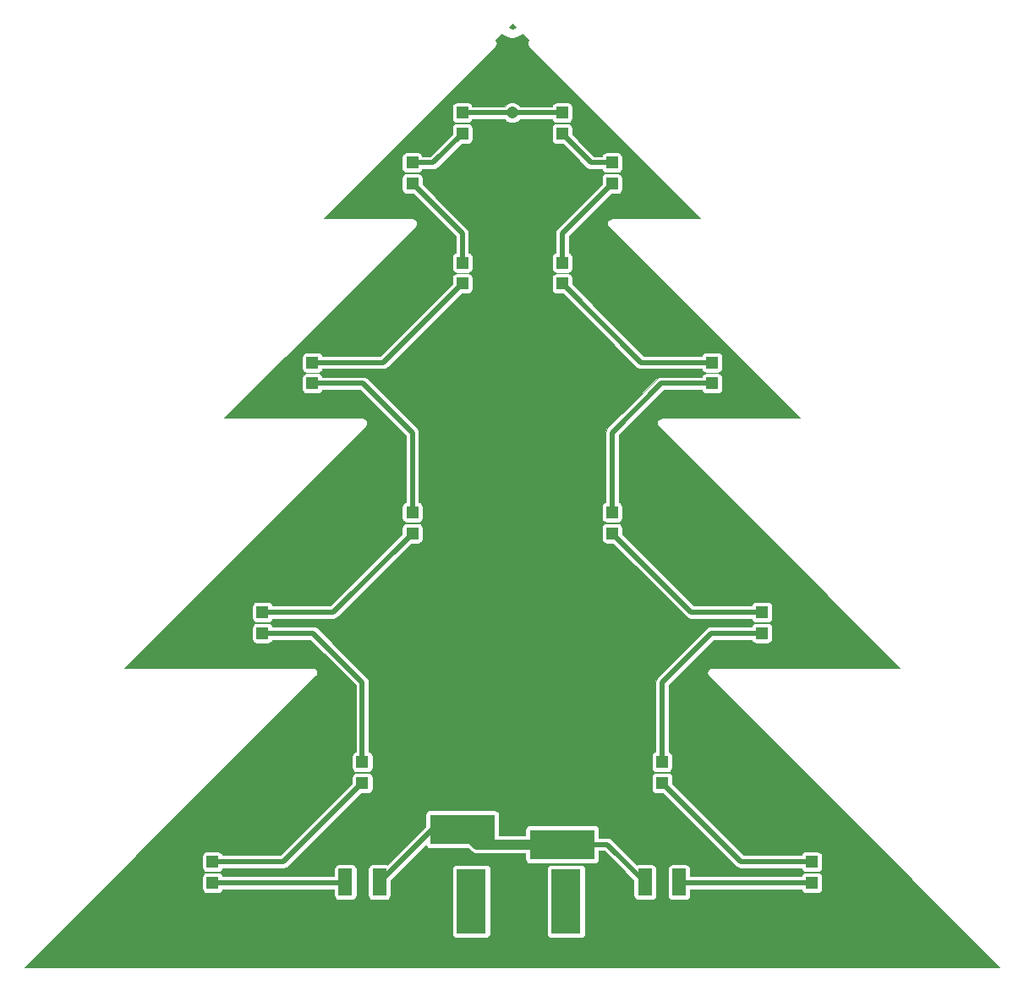
<source format=gbr>
G04 #@! TF.FileFunction,Copper,L1,Top,Signal*
%FSLAX46Y46*%
G04 Gerber Fmt 4.6, Leading zero omitted, Abs format (unit mm)*
G04 Created by KiCad (PCBNEW 4.0.4-stable) date 12/14/16 08:21:57*
%MOMM*%
%LPD*%
G01*
G04 APERTURE LIST*
%ADD10C,0.100000*%
%ADD11R,1.198880X1.198880*%
%ADD12R,6.500000X3.000000*%
%ADD13R,3.000000X6.451600*%
%ADD14R,1.400000X2.700000*%
%ADD15C,1.200000*%
%ADD16C,0.500000*%
%ADD17C,1.000000*%
%ADD18C,0.025400*%
G04 APERTURE END LIST*
D10*
D11*
X45000000Y-16049020D03*
X45000000Y-13950980D03*
X40000000Y-21049020D03*
X40000000Y-18950980D03*
X45000000Y-31049020D03*
X45000000Y-28950980D03*
X30000000Y-41049020D03*
X30000000Y-38950980D03*
X40000000Y-56049020D03*
X40000000Y-53950980D03*
X25000000Y-66049020D03*
X25000000Y-63950980D03*
X35000000Y-81049020D03*
X35000000Y-78950980D03*
X20000000Y-91049020D03*
X20000000Y-88950980D03*
X55000000Y-16049020D03*
X55000000Y-13950980D03*
X60000000Y-21049020D03*
X60000000Y-18950980D03*
X55000000Y-31049020D03*
X55000000Y-28950980D03*
X70000000Y-41049020D03*
X70000000Y-38950980D03*
X60000000Y-56049020D03*
X60000000Y-53950980D03*
X75000000Y-66049020D03*
X75000000Y-63950980D03*
X65000000Y-81049020D03*
X65000000Y-78950980D03*
X80000000Y-91049020D03*
X80000000Y-88950980D03*
D12*
X55000000Y-87200000D03*
D13*
X55400000Y-92900000D03*
D12*
X45000000Y-85700000D03*
D13*
X45900000Y-92900000D03*
D14*
X33300000Y-91000000D03*
X36700000Y-91000000D03*
X66700000Y-91000000D03*
X63300000Y-91000000D03*
D15*
X50000000Y-13950980D03*
D16*
X50000000Y-13950980D02*
X50000000Y-14000000D01*
X50000000Y-14000000D02*
X50000000Y-13950980D01*
X55000000Y-13950980D02*
X50000000Y-13950980D01*
X50000000Y-13950980D02*
X45000000Y-13950980D01*
X45000000Y-16049020D02*
X42098040Y-18950980D01*
X42098040Y-18950980D02*
X40000000Y-18950980D01*
X40000000Y-21049020D02*
X45000000Y-26049020D01*
X45000000Y-26049020D02*
X45000000Y-28950980D01*
X45000000Y-31049020D02*
X37098040Y-38950980D01*
X37098040Y-38950980D02*
X30000000Y-38950980D01*
X30000000Y-41049020D02*
X35049020Y-41049020D01*
X40000000Y-46000000D02*
X40000000Y-53950980D01*
X35049020Y-41049020D02*
X40000000Y-46000000D01*
X25000000Y-66049020D02*
X30049020Y-66049020D01*
X35000000Y-71000000D02*
X35000000Y-78950980D01*
X30049020Y-66049020D02*
X35000000Y-71000000D01*
X40000000Y-56049020D02*
X32098040Y-63950980D01*
X32098040Y-63950980D02*
X25000000Y-63950980D01*
X35000000Y-81049020D02*
X27098040Y-88950980D01*
X27098040Y-88950980D02*
X20000000Y-88950980D01*
X33300000Y-91000000D02*
X33250980Y-91049020D01*
X33250980Y-91049020D02*
X20000000Y-91049020D01*
X60000000Y-18950980D02*
X57901960Y-18950980D01*
X57901960Y-18950980D02*
X55000000Y-16049020D01*
X55000000Y-28950980D02*
X55000000Y-26049020D01*
X55000000Y-26049020D02*
X60000000Y-21049020D01*
X70000000Y-38950980D02*
X62901960Y-38950980D01*
X62901960Y-38950980D02*
X55000000Y-31049020D01*
X70000000Y-41049020D02*
X64950980Y-41049020D01*
X60000000Y-46000000D02*
X60000000Y-53950980D01*
X64950980Y-41049020D02*
X60000000Y-46000000D01*
X60000000Y-56049020D02*
X67901960Y-63950980D01*
X67901960Y-63950980D02*
X75000000Y-63950980D01*
X65000000Y-78950980D02*
X65000000Y-71000000D01*
X69950980Y-66049020D02*
X75000000Y-66049020D01*
X65000000Y-71000000D02*
X69950980Y-66049020D01*
X80000000Y-88950980D02*
X72901960Y-88950980D01*
X72901960Y-88950980D02*
X65000000Y-81049020D01*
X66700000Y-91000000D02*
X66749020Y-91049020D01*
X66749020Y-91049020D02*
X80000000Y-91049020D01*
X55000000Y-87200000D02*
X59500000Y-87200000D01*
X59500000Y-87200000D02*
X63300000Y-91000000D01*
X36700000Y-91000000D02*
X42000000Y-85700000D01*
X42000000Y-85700000D02*
X45000000Y-85700000D01*
D17*
X45000000Y-85700000D02*
X46500000Y-87200000D01*
X46500000Y-87200000D02*
X55000000Y-87200000D01*
D18*
G36*
X51647950Y-6665910D02*
X51549424Y-6813366D01*
X51512300Y-7000000D01*
X51549424Y-7186634D01*
X51655144Y-7344856D01*
X68822588Y-24512300D01*
X60000000Y-24512300D01*
X59813365Y-24549424D01*
X59655144Y-24655144D01*
X59549424Y-24813365D01*
X59512300Y-25000000D01*
X59549424Y-25186635D01*
X59655144Y-25344856D01*
X78822588Y-44512300D01*
X65000000Y-44512300D01*
X64813365Y-44549424D01*
X64655144Y-44655144D01*
X64549424Y-44813365D01*
X64512300Y-45000000D01*
X64549424Y-45186635D01*
X64650095Y-45337300D01*
X64655144Y-45344856D01*
X88822588Y-69512300D01*
X70000000Y-69512300D01*
X69813365Y-69549424D01*
X69655144Y-69655144D01*
X69549424Y-69813365D01*
X69512300Y-70000000D01*
X69549424Y-70186635D01*
X69650095Y-70337300D01*
X69655144Y-70344856D01*
X98822588Y-99512300D01*
X1177412Y-99512300D01*
X10240132Y-90449580D01*
X18979775Y-90449580D01*
X18979775Y-91648460D01*
X19008552Y-91801397D01*
X19098938Y-91941861D01*
X19236851Y-92036093D01*
X19400560Y-92069245D01*
X20599440Y-92069245D01*
X20752377Y-92040468D01*
X20892841Y-91950082D01*
X20987073Y-91812169D01*
X21007414Y-91711720D01*
X32179215Y-91711720D01*
X32179215Y-92350000D01*
X32207992Y-92502937D01*
X32298378Y-92643401D01*
X32436291Y-92737633D01*
X32600000Y-92770785D01*
X34000000Y-92770785D01*
X34152937Y-92742008D01*
X34293401Y-92651622D01*
X34387633Y-92513709D01*
X34420785Y-92350000D01*
X34420785Y-89650000D01*
X35579215Y-89650000D01*
X35579215Y-92350000D01*
X35607992Y-92502937D01*
X35698378Y-92643401D01*
X35836291Y-92737633D01*
X36000000Y-92770785D01*
X37400000Y-92770785D01*
X37552937Y-92742008D01*
X37693401Y-92651622D01*
X37787633Y-92513709D01*
X37820785Y-92350000D01*
X37820785Y-90816415D01*
X38963000Y-89674200D01*
X43979215Y-89674200D01*
X43979215Y-96125800D01*
X44007992Y-96278737D01*
X44098378Y-96419201D01*
X44236291Y-96513433D01*
X44400000Y-96546585D01*
X47400000Y-96546585D01*
X47552937Y-96517808D01*
X47693401Y-96427422D01*
X47787633Y-96289509D01*
X47820785Y-96125800D01*
X47820785Y-89674200D01*
X53479215Y-89674200D01*
X53479215Y-96125800D01*
X53507992Y-96278737D01*
X53598378Y-96419201D01*
X53736291Y-96513433D01*
X53900000Y-96546585D01*
X56900000Y-96546585D01*
X57052937Y-96517808D01*
X57193401Y-96427422D01*
X57287633Y-96289509D01*
X57320785Y-96125800D01*
X57320785Y-89674200D01*
X57292008Y-89521263D01*
X57201622Y-89380799D01*
X57063709Y-89286567D01*
X56900000Y-89253415D01*
X53900000Y-89253415D01*
X53747063Y-89282192D01*
X53606599Y-89372578D01*
X53512367Y-89510491D01*
X53479215Y-89674200D01*
X47820785Y-89674200D01*
X47792008Y-89521263D01*
X47701622Y-89380799D01*
X47563709Y-89286567D01*
X47400000Y-89253415D01*
X44400000Y-89253415D01*
X44247063Y-89282192D01*
X44106599Y-89372578D01*
X44012367Y-89510491D01*
X43979215Y-89674200D01*
X38963000Y-89674200D01*
X41346316Y-87290884D01*
X41357992Y-87352937D01*
X41448378Y-87493401D01*
X41586291Y-87587633D01*
X41750000Y-87620785D01*
X45630032Y-87620785D01*
X45854623Y-87845376D01*
X46150724Y-88043225D01*
X46184373Y-88049918D01*
X46500000Y-88112700D01*
X51329215Y-88112700D01*
X51329215Y-88700000D01*
X51357992Y-88852937D01*
X51448378Y-88993401D01*
X51586291Y-89087633D01*
X51750000Y-89120785D01*
X58250000Y-89120785D01*
X58402937Y-89092008D01*
X58543401Y-89001622D01*
X58637633Y-88863709D01*
X58670785Y-88700000D01*
X58670785Y-87862700D01*
X59225500Y-87862700D01*
X62179215Y-90816414D01*
X62179215Y-92350000D01*
X62207992Y-92502937D01*
X62298378Y-92643401D01*
X62436291Y-92737633D01*
X62600000Y-92770785D01*
X64000000Y-92770785D01*
X64152937Y-92742008D01*
X64293401Y-92651622D01*
X64387633Y-92513709D01*
X64420785Y-92350000D01*
X64420785Y-89650000D01*
X65579215Y-89650000D01*
X65579215Y-92350000D01*
X65607992Y-92502937D01*
X65698378Y-92643401D01*
X65836291Y-92737633D01*
X66000000Y-92770785D01*
X67400000Y-92770785D01*
X67552937Y-92742008D01*
X67693401Y-92651622D01*
X67787633Y-92513709D01*
X67820785Y-92350000D01*
X67820785Y-91711720D01*
X78991678Y-91711720D01*
X79008552Y-91801397D01*
X79098938Y-91941861D01*
X79236851Y-92036093D01*
X79400560Y-92069245D01*
X80599440Y-92069245D01*
X80752377Y-92040468D01*
X80892841Y-91950082D01*
X80987073Y-91812169D01*
X81020225Y-91648460D01*
X81020225Y-90449580D01*
X80991448Y-90296643D01*
X80901062Y-90156179D01*
X80763149Y-90061947D01*
X80599440Y-90028795D01*
X79400560Y-90028795D01*
X79247623Y-90057572D01*
X79107159Y-90147958D01*
X79012927Y-90285871D01*
X78992586Y-90386320D01*
X67820785Y-90386320D01*
X67820785Y-89650000D01*
X67792008Y-89497063D01*
X67701622Y-89356599D01*
X67563709Y-89262367D01*
X67400000Y-89229215D01*
X66000000Y-89229215D01*
X65847063Y-89257992D01*
X65706599Y-89348378D01*
X65612367Y-89486291D01*
X65579215Y-89650000D01*
X64420785Y-89650000D01*
X64392008Y-89497063D01*
X64301622Y-89356599D01*
X64163709Y-89262367D01*
X64000000Y-89229215D01*
X62600000Y-89229215D01*
X62487570Y-89250370D01*
X59968600Y-86731400D01*
X59753605Y-86587745D01*
X59500000Y-86537300D01*
X58670785Y-86537300D01*
X58670785Y-85700000D01*
X58642008Y-85547063D01*
X58551622Y-85406599D01*
X58413709Y-85312367D01*
X58250000Y-85279215D01*
X51750000Y-85279215D01*
X51597063Y-85307992D01*
X51456599Y-85398378D01*
X51362367Y-85536291D01*
X51329215Y-85700000D01*
X51329215Y-86287300D01*
X48670785Y-86287300D01*
X48670785Y-84200000D01*
X48642008Y-84047063D01*
X48551622Y-83906599D01*
X48413709Y-83812367D01*
X48250000Y-83779215D01*
X41750000Y-83779215D01*
X41597063Y-83807992D01*
X41456599Y-83898378D01*
X41362367Y-84036291D01*
X41329215Y-84200000D01*
X41329215Y-85433585D01*
X37511089Y-89251711D01*
X37400000Y-89229215D01*
X36000000Y-89229215D01*
X35847063Y-89257992D01*
X35706599Y-89348378D01*
X35612367Y-89486291D01*
X35579215Y-89650000D01*
X34420785Y-89650000D01*
X34392008Y-89497063D01*
X34301622Y-89356599D01*
X34163709Y-89262367D01*
X34000000Y-89229215D01*
X32600000Y-89229215D01*
X32447063Y-89257992D01*
X32306599Y-89348378D01*
X32212367Y-89486291D01*
X32179215Y-89650000D01*
X32179215Y-90386320D01*
X21008322Y-90386320D01*
X20991448Y-90296643D01*
X20901062Y-90156179D01*
X20763149Y-90061947D01*
X20599440Y-90028795D01*
X19400560Y-90028795D01*
X19247623Y-90057572D01*
X19107159Y-90147958D01*
X19012927Y-90285871D01*
X18979775Y-90449580D01*
X10240132Y-90449580D01*
X12338172Y-88351540D01*
X18979775Y-88351540D01*
X18979775Y-89550420D01*
X19008552Y-89703357D01*
X19098938Y-89843821D01*
X19236851Y-89938053D01*
X19400560Y-89971205D01*
X20599440Y-89971205D01*
X20752377Y-89942428D01*
X20892841Y-89852042D01*
X20987073Y-89714129D01*
X21007414Y-89613680D01*
X27098040Y-89613680D01*
X27351645Y-89563235D01*
X27566640Y-89419580D01*
X34916975Y-82069245D01*
X35599440Y-82069245D01*
X35752377Y-82040468D01*
X35892841Y-81950082D01*
X35987073Y-81812169D01*
X36020225Y-81648460D01*
X36020225Y-80449580D01*
X63979775Y-80449580D01*
X63979775Y-81648460D01*
X64008552Y-81801397D01*
X64098938Y-81941861D01*
X64236851Y-82036093D01*
X64400560Y-82069245D01*
X65083025Y-82069245D01*
X72433360Y-89419580D01*
X72648355Y-89563235D01*
X72901960Y-89613680D01*
X78991678Y-89613680D01*
X79008552Y-89703357D01*
X79098938Y-89843821D01*
X79236851Y-89938053D01*
X79400560Y-89971205D01*
X80599440Y-89971205D01*
X80752377Y-89942428D01*
X80892841Y-89852042D01*
X80987073Y-89714129D01*
X81020225Y-89550420D01*
X81020225Y-88351540D01*
X80991448Y-88198603D01*
X80901062Y-88058139D01*
X80763149Y-87963907D01*
X80599440Y-87930755D01*
X79400560Y-87930755D01*
X79247623Y-87959532D01*
X79107159Y-88049918D01*
X79012927Y-88187831D01*
X78992586Y-88288280D01*
X73176460Y-88288280D01*
X66020225Y-81132045D01*
X66020225Y-80449580D01*
X65991448Y-80296643D01*
X65901062Y-80156179D01*
X65763149Y-80061947D01*
X65599440Y-80028795D01*
X64400560Y-80028795D01*
X64247623Y-80057572D01*
X64107159Y-80147958D01*
X64012927Y-80285871D01*
X63979775Y-80449580D01*
X36020225Y-80449580D01*
X35991448Y-80296643D01*
X35901062Y-80156179D01*
X35763149Y-80061947D01*
X35599440Y-80028795D01*
X34400560Y-80028795D01*
X34247623Y-80057572D01*
X34107159Y-80147958D01*
X34012927Y-80285871D01*
X33979775Y-80449580D01*
X33979775Y-81132045D01*
X26823540Y-88288280D01*
X21008322Y-88288280D01*
X20991448Y-88198603D01*
X20901062Y-88058139D01*
X20763149Y-87963907D01*
X20599440Y-87930755D01*
X19400560Y-87930755D01*
X19247623Y-87959532D01*
X19107159Y-88049918D01*
X19012927Y-88187831D01*
X18979775Y-88351540D01*
X12338172Y-88351540D01*
X30344856Y-70344856D01*
X30349905Y-70337300D01*
X30450576Y-70186635D01*
X30487700Y-70000000D01*
X30450576Y-69813365D01*
X30344856Y-69655144D01*
X30186635Y-69549424D01*
X30000000Y-69512300D01*
X11177412Y-69512300D01*
X15240132Y-65449580D01*
X23979775Y-65449580D01*
X23979775Y-66648460D01*
X24008552Y-66801397D01*
X24098938Y-66941861D01*
X24236851Y-67036093D01*
X24400560Y-67069245D01*
X25599440Y-67069245D01*
X25752377Y-67040468D01*
X25892841Y-66950082D01*
X25987073Y-66812169D01*
X26007414Y-66711720D01*
X29774520Y-66711720D01*
X34337300Y-71274500D01*
X34337300Y-77942658D01*
X34247623Y-77959532D01*
X34107159Y-78049918D01*
X34012927Y-78187831D01*
X33979775Y-78351540D01*
X33979775Y-79550420D01*
X34008552Y-79703357D01*
X34098938Y-79843821D01*
X34236851Y-79938053D01*
X34400560Y-79971205D01*
X35599440Y-79971205D01*
X35752377Y-79942428D01*
X35892841Y-79852042D01*
X35987073Y-79714129D01*
X36020225Y-79550420D01*
X36020225Y-78351540D01*
X63979775Y-78351540D01*
X63979775Y-79550420D01*
X64008552Y-79703357D01*
X64098938Y-79843821D01*
X64236851Y-79938053D01*
X64400560Y-79971205D01*
X65599440Y-79971205D01*
X65752377Y-79942428D01*
X65892841Y-79852042D01*
X65987073Y-79714129D01*
X66020225Y-79550420D01*
X66020225Y-78351540D01*
X65991448Y-78198603D01*
X65901062Y-78058139D01*
X65763149Y-77963907D01*
X65662700Y-77943566D01*
X65662700Y-71274500D01*
X70225480Y-66711720D01*
X73991678Y-66711720D01*
X74008552Y-66801397D01*
X74098938Y-66941861D01*
X74236851Y-67036093D01*
X74400560Y-67069245D01*
X75599440Y-67069245D01*
X75752377Y-67040468D01*
X75892841Y-66950082D01*
X75987073Y-66812169D01*
X76020225Y-66648460D01*
X76020225Y-65449580D01*
X75991448Y-65296643D01*
X75901062Y-65156179D01*
X75763149Y-65061947D01*
X75599440Y-65028795D01*
X74400560Y-65028795D01*
X74247623Y-65057572D01*
X74107159Y-65147958D01*
X74012927Y-65285871D01*
X73992586Y-65386320D01*
X69950980Y-65386320D01*
X69697375Y-65436765D01*
X69482380Y-65580420D01*
X64531400Y-70531400D01*
X64387745Y-70746395D01*
X64387745Y-70746396D01*
X64337300Y-71000000D01*
X64337300Y-77942658D01*
X64247623Y-77959532D01*
X64107159Y-78049918D01*
X64012927Y-78187831D01*
X63979775Y-78351540D01*
X36020225Y-78351540D01*
X35991448Y-78198603D01*
X35901062Y-78058139D01*
X35763149Y-77963907D01*
X35662700Y-77943566D01*
X35662700Y-71000000D01*
X35612255Y-70746396D01*
X35612255Y-70746395D01*
X35468600Y-70531400D01*
X30517620Y-65580420D01*
X30302625Y-65436765D01*
X30049020Y-65386320D01*
X26008322Y-65386320D01*
X25991448Y-65296643D01*
X25901062Y-65156179D01*
X25763149Y-65061947D01*
X25599440Y-65028795D01*
X24400560Y-65028795D01*
X24247623Y-65057572D01*
X24107159Y-65147958D01*
X24012927Y-65285871D01*
X23979775Y-65449580D01*
X15240132Y-65449580D01*
X17338172Y-63351540D01*
X23979775Y-63351540D01*
X23979775Y-64550420D01*
X24008552Y-64703357D01*
X24098938Y-64843821D01*
X24236851Y-64938053D01*
X24400560Y-64971205D01*
X25599440Y-64971205D01*
X25752377Y-64942428D01*
X25892841Y-64852042D01*
X25987073Y-64714129D01*
X26007414Y-64613680D01*
X32098040Y-64613680D01*
X32351645Y-64563235D01*
X32566640Y-64419580D01*
X39916975Y-57069245D01*
X40599440Y-57069245D01*
X40752377Y-57040468D01*
X40892841Y-56950082D01*
X40987073Y-56812169D01*
X41020225Y-56648460D01*
X41020225Y-55449580D01*
X58979775Y-55449580D01*
X58979775Y-56648460D01*
X59008552Y-56801397D01*
X59098938Y-56941861D01*
X59236851Y-57036093D01*
X59400560Y-57069245D01*
X60083025Y-57069245D01*
X67433360Y-64419580D01*
X67648355Y-64563235D01*
X67901960Y-64613680D01*
X73991678Y-64613680D01*
X74008552Y-64703357D01*
X74098938Y-64843821D01*
X74236851Y-64938053D01*
X74400560Y-64971205D01*
X75599440Y-64971205D01*
X75752377Y-64942428D01*
X75892841Y-64852042D01*
X75987073Y-64714129D01*
X76020225Y-64550420D01*
X76020225Y-63351540D01*
X75991448Y-63198603D01*
X75901062Y-63058139D01*
X75763149Y-62963907D01*
X75599440Y-62930755D01*
X74400560Y-62930755D01*
X74247623Y-62959532D01*
X74107159Y-63049918D01*
X74012927Y-63187831D01*
X73992586Y-63288280D01*
X68176460Y-63288280D01*
X61020225Y-56132045D01*
X61020225Y-55449580D01*
X60991448Y-55296643D01*
X60901062Y-55156179D01*
X60763149Y-55061947D01*
X60599440Y-55028795D01*
X59400560Y-55028795D01*
X59247623Y-55057572D01*
X59107159Y-55147958D01*
X59012927Y-55285871D01*
X58979775Y-55449580D01*
X41020225Y-55449580D01*
X40991448Y-55296643D01*
X40901062Y-55156179D01*
X40763149Y-55061947D01*
X40599440Y-55028795D01*
X39400560Y-55028795D01*
X39247623Y-55057572D01*
X39107159Y-55147958D01*
X39012927Y-55285871D01*
X38979775Y-55449580D01*
X38979775Y-56132045D01*
X31823540Y-63288280D01*
X26008322Y-63288280D01*
X25991448Y-63198603D01*
X25901062Y-63058139D01*
X25763149Y-62963907D01*
X25599440Y-62930755D01*
X24400560Y-62930755D01*
X24247623Y-62959532D01*
X24107159Y-63049918D01*
X24012927Y-63187831D01*
X23979775Y-63351540D01*
X17338172Y-63351540D01*
X35344856Y-45344856D01*
X35450576Y-45186635D01*
X35487700Y-45000000D01*
X35450576Y-44813366D01*
X35450576Y-44813365D01*
X35344856Y-44655144D01*
X35186635Y-44549424D01*
X35000000Y-44512300D01*
X21177412Y-44512300D01*
X25240132Y-40449580D01*
X28979775Y-40449580D01*
X28979775Y-41648460D01*
X29008552Y-41801397D01*
X29098938Y-41941861D01*
X29236851Y-42036093D01*
X29400560Y-42069245D01*
X30599440Y-42069245D01*
X30752377Y-42040468D01*
X30892841Y-41950082D01*
X30987073Y-41812169D01*
X31007414Y-41711720D01*
X34774520Y-41711720D01*
X39337300Y-46274500D01*
X39337300Y-52942658D01*
X39247623Y-52959532D01*
X39107159Y-53049918D01*
X39012927Y-53187831D01*
X38979775Y-53351540D01*
X38979775Y-54550420D01*
X39008552Y-54703357D01*
X39098938Y-54843821D01*
X39236851Y-54938053D01*
X39400560Y-54971205D01*
X40599440Y-54971205D01*
X40752377Y-54942428D01*
X40892841Y-54852042D01*
X40987073Y-54714129D01*
X41020225Y-54550420D01*
X41020225Y-53351540D01*
X58979775Y-53351540D01*
X58979775Y-54550420D01*
X59008552Y-54703357D01*
X59098938Y-54843821D01*
X59236851Y-54938053D01*
X59400560Y-54971205D01*
X60599440Y-54971205D01*
X60752377Y-54942428D01*
X60892841Y-54852042D01*
X60987073Y-54714129D01*
X61020225Y-54550420D01*
X61020225Y-53351540D01*
X60991448Y-53198603D01*
X60901062Y-53058139D01*
X60763149Y-52963907D01*
X60662700Y-52943566D01*
X60662700Y-46274500D01*
X65225480Y-41711720D01*
X68991678Y-41711720D01*
X69008552Y-41801397D01*
X69098938Y-41941861D01*
X69236851Y-42036093D01*
X69400560Y-42069245D01*
X70599440Y-42069245D01*
X70752377Y-42040468D01*
X70892841Y-41950082D01*
X70987073Y-41812169D01*
X71020225Y-41648460D01*
X71020225Y-40449580D01*
X70991448Y-40296643D01*
X70901062Y-40156179D01*
X70763149Y-40061947D01*
X70599440Y-40028795D01*
X69400560Y-40028795D01*
X69247623Y-40057572D01*
X69107159Y-40147958D01*
X69012927Y-40285871D01*
X68992586Y-40386320D01*
X64950980Y-40386320D01*
X64697375Y-40436765D01*
X64482380Y-40580420D01*
X59531400Y-45531400D01*
X59387745Y-45746395D01*
X59387745Y-45746396D01*
X59337300Y-46000000D01*
X59337300Y-52942658D01*
X59247623Y-52959532D01*
X59107159Y-53049918D01*
X59012927Y-53187831D01*
X58979775Y-53351540D01*
X41020225Y-53351540D01*
X40991448Y-53198603D01*
X40901062Y-53058139D01*
X40763149Y-52963907D01*
X40662700Y-52943566D01*
X40662700Y-46000000D01*
X40612255Y-45746396D01*
X40612255Y-45746395D01*
X40468600Y-45531400D01*
X35517620Y-40580420D01*
X35302625Y-40436765D01*
X35049020Y-40386320D01*
X31008322Y-40386320D01*
X30991448Y-40296643D01*
X30901062Y-40156179D01*
X30763149Y-40061947D01*
X30599440Y-40028795D01*
X29400560Y-40028795D01*
X29247623Y-40057572D01*
X29107159Y-40147958D01*
X29012927Y-40285871D01*
X28979775Y-40449580D01*
X25240132Y-40449580D01*
X27338172Y-38351540D01*
X28979775Y-38351540D01*
X28979775Y-39550420D01*
X29008552Y-39703357D01*
X29098938Y-39843821D01*
X29236851Y-39938053D01*
X29400560Y-39971205D01*
X30599440Y-39971205D01*
X30752377Y-39942428D01*
X30892841Y-39852042D01*
X30987073Y-39714129D01*
X31007414Y-39613680D01*
X37098040Y-39613680D01*
X37351645Y-39563235D01*
X37566640Y-39419580D01*
X44916975Y-32069245D01*
X45599440Y-32069245D01*
X45752377Y-32040468D01*
X45892841Y-31950082D01*
X45987073Y-31812169D01*
X46020225Y-31648460D01*
X46020225Y-30449580D01*
X53979775Y-30449580D01*
X53979775Y-31648460D01*
X54008552Y-31801397D01*
X54098938Y-31941861D01*
X54236851Y-32036093D01*
X54400560Y-32069245D01*
X55083025Y-32069245D01*
X62433360Y-39419580D01*
X62648355Y-39563235D01*
X62901960Y-39613680D01*
X68991678Y-39613680D01*
X69008552Y-39703357D01*
X69098938Y-39843821D01*
X69236851Y-39938053D01*
X69400560Y-39971205D01*
X70599440Y-39971205D01*
X70752377Y-39942428D01*
X70892841Y-39852042D01*
X70987073Y-39714129D01*
X71020225Y-39550420D01*
X71020225Y-38351540D01*
X70991448Y-38198603D01*
X70901062Y-38058139D01*
X70763149Y-37963907D01*
X70599440Y-37930755D01*
X69400560Y-37930755D01*
X69247623Y-37959532D01*
X69107159Y-38049918D01*
X69012927Y-38187831D01*
X68992586Y-38288280D01*
X63176460Y-38288280D01*
X56020225Y-31132045D01*
X56020225Y-30449580D01*
X55991448Y-30296643D01*
X55901062Y-30156179D01*
X55763149Y-30061947D01*
X55599440Y-30028795D01*
X54400560Y-30028795D01*
X54247623Y-30057572D01*
X54107159Y-30147958D01*
X54012927Y-30285871D01*
X53979775Y-30449580D01*
X46020225Y-30449580D01*
X45991448Y-30296643D01*
X45901062Y-30156179D01*
X45763149Y-30061947D01*
X45599440Y-30028795D01*
X44400560Y-30028795D01*
X44247623Y-30057572D01*
X44107159Y-30147958D01*
X44012927Y-30285871D01*
X43979775Y-30449580D01*
X43979775Y-31132045D01*
X36823540Y-38288280D01*
X31008322Y-38288280D01*
X30991448Y-38198603D01*
X30901062Y-38058139D01*
X30763149Y-37963907D01*
X30599440Y-37930755D01*
X29400560Y-37930755D01*
X29247623Y-37959532D01*
X29107159Y-38049918D01*
X29012927Y-38187831D01*
X28979775Y-38351540D01*
X27338172Y-38351540D01*
X40344856Y-25344856D01*
X40450576Y-25186635D01*
X40487700Y-25000000D01*
X40450576Y-24813366D01*
X40450576Y-24813365D01*
X40344856Y-24655144D01*
X40186635Y-24549424D01*
X40000000Y-24512300D01*
X31177412Y-24512300D01*
X35240132Y-20449580D01*
X38979775Y-20449580D01*
X38979775Y-21648460D01*
X39008552Y-21801397D01*
X39098938Y-21941861D01*
X39236851Y-22036093D01*
X39400560Y-22069245D01*
X40083025Y-22069245D01*
X44337300Y-26323520D01*
X44337300Y-27942658D01*
X44247623Y-27959532D01*
X44107159Y-28049918D01*
X44012927Y-28187831D01*
X43979775Y-28351540D01*
X43979775Y-29550420D01*
X44008552Y-29703357D01*
X44098938Y-29843821D01*
X44236851Y-29938053D01*
X44400560Y-29971205D01*
X45599440Y-29971205D01*
X45752377Y-29942428D01*
X45892841Y-29852042D01*
X45987073Y-29714129D01*
X46020225Y-29550420D01*
X46020225Y-28351540D01*
X53979775Y-28351540D01*
X53979775Y-29550420D01*
X54008552Y-29703357D01*
X54098938Y-29843821D01*
X54236851Y-29938053D01*
X54400560Y-29971205D01*
X55599440Y-29971205D01*
X55752377Y-29942428D01*
X55892841Y-29852042D01*
X55987073Y-29714129D01*
X56020225Y-29550420D01*
X56020225Y-28351540D01*
X55991448Y-28198603D01*
X55901062Y-28058139D01*
X55763149Y-27963907D01*
X55662700Y-27943566D01*
X55662700Y-26323520D01*
X59916975Y-22069245D01*
X60599440Y-22069245D01*
X60752377Y-22040468D01*
X60892841Y-21950082D01*
X60987073Y-21812169D01*
X61020225Y-21648460D01*
X61020225Y-20449580D01*
X60991448Y-20296643D01*
X60901062Y-20156179D01*
X60763149Y-20061947D01*
X60599440Y-20028795D01*
X59400560Y-20028795D01*
X59247623Y-20057572D01*
X59107159Y-20147958D01*
X59012927Y-20285871D01*
X58979775Y-20449580D01*
X58979775Y-21132045D01*
X54531400Y-25580420D01*
X54387745Y-25795415D01*
X54387745Y-25795416D01*
X54337300Y-26049020D01*
X54337300Y-27942658D01*
X54247623Y-27959532D01*
X54107159Y-28049918D01*
X54012927Y-28187831D01*
X53979775Y-28351540D01*
X46020225Y-28351540D01*
X45991448Y-28198603D01*
X45901062Y-28058139D01*
X45763149Y-27963907D01*
X45662700Y-27943566D01*
X45662700Y-26049025D01*
X45662701Y-26049020D01*
X45612255Y-25795416D01*
X45468600Y-25580420D01*
X41020225Y-21132045D01*
X41020225Y-20449580D01*
X40991448Y-20296643D01*
X40901062Y-20156179D01*
X40763149Y-20061947D01*
X40599440Y-20028795D01*
X39400560Y-20028795D01*
X39247623Y-20057572D01*
X39107159Y-20147958D01*
X39012927Y-20285871D01*
X38979775Y-20449580D01*
X35240132Y-20449580D01*
X37338172Y-18351540D01*
X38979775Y-18351540D01*
X38979775Y-19550420D01*
X39008552Y-19703357D01*
X39098938Y-19843821D01*
X39236851Y-19938053D01*
X39400560Y-19971205D01*
X40599440Y-19971205D01*
X40752377Y-19942428D01*
X40892841Y-19852042D01*
X40987073Y-19714129D01*
X41007414Y-19613680D01*
X42098040Y-19613680D01*
X42351645Y-19563235D01*
X42566640Y-19419580D01*
X44916975Y-17069245D01*
X45599440Y-17069245D01*
X45752377Y-17040468D01*
X45892841Y-16950082D01*
X45987073Y-16812169D01*
X46020225Y-16648460D01*
X46020225Y-15449580D01*
X53979775Y-15449580D01*
X53979775Y-16648460D01*
X54008552Y-16801397D01*
X54098938Y-16941861D01*
X54236851Y-17036093D01*
X54400560Y-17069245D01*
X55083025Y-17069245D01*
X57433360Y-19419580D01*
X57648355Y-19563235D01*
X57901960Y-19613680D01*
X58991678Y-19613680D01*
X59008552Y-19703357D01*
X59098938Y-19843821D01*
X59236851Y-19938053D01*
X59400560Y-19971205D01*
X60599440Y-19971205D01*
X60752377Y-19942428D01*
X60892841Y-19852042D01*
X60987073Y-19714129D01*
X61020225Y-19550420D01*
X61020225Y-18351540D01*
X60991448Y-18198603D01*
X60901062Y-18058139D01*
X60763149Y-17963907D01*
X60599440Y-17930755D01*
X59400560Y-17930755D01*
X59247623Y-17959532D01*
X59107159Y-18049918D01*
X59012927Y-18187831D01*
X58992586Y-18288280D01*
X58176460Y-18288280D01*
X56020225Y-16132045D01*
X56020225Y-15449580D01*
X55991448Y-15296643D01*
X55901062Y-15156179D01*
X55763149Y-15061947D01*
X55599440Y-15028795D01*
X54400560Y-15028795D01*
X54247623Y-15057572D01*
X54107159Y-15147958D01*
X54012927Y-15285871D01*
X53979775Y-15449580D01*
X46020225Y-15449580D01*
X45991448Y-15296643D01*
X45901062Y-15156179D01*
X45763149Y-15061947D01*
X45599440Y-15028795D01*
X44400560Y-15028795D01*
X44247623Y-15057572D01*
X44107159Y-15147958D01*
X44012927Y-15285871D01*
X43979775Y-15449580D01*
X43979775Y-16132045D01*
X41823540Y-18288280D01*
X41008322Y-18288280D01*
X40991448Y-18198603D01*
X40901062Y-18058139D01*
X40763149Y-17963907D01*
X40599440Y-17930755D01*
X39400560Y-17930755D01*
X39247623Y-17959532D01*
X39107159Y-18049918D01*
X39012927Y-18187831D01*
X38979775Y-18351540D01*
X37338172Y-18351540D01*
X42338172Y-13351540D01*
X43979775Y-13351540D01*
X43979775Y-14550420D01*
X44008552Y-14703357D01*
X44098938Y-14843821D01*
X44236851Y-14938053D01*
X44400560Y-14971205D01*
X45599440Y-14971205D01*
X45752377Y-14942428D01*
X45892841Y-14852042D01*
X45987073Y-14714129D01*
X46007414Y-14613680D01*
X49230618Y-14613680D01*
X49425603Y-14809005D01*
X49797678Y-14963504D01*
X50200555Y-14963855D01*
X50572899Y-14810006D01*
X50769568Y-14613680D01*
X53991678Y-14613680D01*
X54008552Y-14703357D01*
X54098938Y-14843821D01*
X54236851Y-14938053D01*
X54400560Y-14971205D01*
X55599440Y-14971205D01*
X55752377Y-14942428D01*
X55892841Y-14852042D01*
X55987073Y-14714129D01*
X56020225Y-14550420D01*
X56020225Y-13351540D01*
X55991448Y-13198603D01*
X55901062Y-13058139D01*
X55763149Y-12963907D01*
X55599440Y-12930755D01*
X54400560Y-12930755D01*
X54247623Y-12959532D01*
X54107159Y-13049918D01*
X54012927Y-13187831D01*
X53992586Y-13288280D01*
X50769382Y-13288280D01*
X50574397Y-13092955D01*
X50202322Y-12938456D01*
X49799445Y-12938105D01*
X49427101Y-13091954D01*
X49230432Y-13288280D01*
X46008322Y-13288280D01*
X45991448Y-13198603D01*
X45901062Y-13058139D01*
X45763149Y-12963907D01*
X45599440Y-12930755D01*
X44400560Y-12930755D01*
X44247623Y-12959532D01*
X44107159Y-13049918D01*
X44012927Y-13187831D01*
X43979775Y-13351540D01*
X42338172Y-13351540D01*
X48344856Y-7344856D01*
X48450577Y-7186635D01*
X48487700Y-7000000D01*
X48450577Y-6813366D01*
X48450577Y-6813365D01*
X48352050Y-6665910D01*
X48963643Y-6054317D01*
X49021941Y-6112615D01*
X49021944Y-6112616D01*
X49346365Y-6329388D01*
X49522172Y-6402209D01*
X49904853Y-6478329D01*
X50095147Y-6478329D01*
X50477828Y-6402209D01*
X50653634Y-6329388D01*
X50978056Y-6112616D01*
X50978059Y-6112615D01*
X51036357Y-6054317D01*
X51647950Y-6665910D01*
X51647950Y-6665910D01*
G37*
X51647950Y-6665910D02*
X51549424Y-6813366D01*
X51512300Y-7000000D01*
X51549424Y-7186634D01*
X51655144Y-7344856D01*
X68822588Y-24512300D01*
X60000000Y-24512300D01*
X59813365Y-24549424D01*
X59655144Y-24655144D01*
X59549424Y-24813365D01*
X59512300Y-25000000D01*
X59549424Y-25186635D01*
X59655144Y-25344856D01*
X78822588Y-44512300D01*
X65000000Y-44512300D01*
X64813365Y-44549424D01*
X64655144Y-44655144D01*
X64549424Y-44813365D01*
X64512300Y-45000000D01*
X64549424Y-45186635D01*
X64650095Y-45337300D01*
X64655144Y-45344856D01*
X88822588Y-69512300D01*
X70000000Y-69512300D01*
X69813365Y-69549424D01*
X69655144Y-69655144D01*
X69549424Y-69813365D01*
X69512300Y-70000000D01*
X69549424Y-70186635D01*
X69650095Y-70337300D01*
X69655144Y-70344856D01*
X98822588Y-99512300D01*
X1177412Y-99512300D01*
X10240132Y-90449580D01*
X18979775Y-90449580D01*
X18979775Y-91648460D01*
X19008552Y-91801397D01*
X19098938Y-91941861D01*
X19236851Y-92036093D01*
X19400560Y-92069245D01*
X20599440Y-92069245D01*
X20752377Y-92040468D01*
X20892841Y-91950082D01*
X20987073Y-91812169D01*
X21007414Y-91711720D01*
X32179215Y-91711720D01*
X32179215Y-92350000D01*
X32207992Y-92502937D01*
X32298378Y-92643401D01*
X32436291Y-92737633D01*
X32600000Y-92770785D01*
X34000000Y-92770785D01*
X34152937Y-92742008D01*
X34293401Y-92651622D01*
X34387633Y-92513709D01*
X34420785Y-92350000D01*
X34420785Y-89650000D01*
X35579215Y-89650000D01*
X35579215Y-92350000D01*
X35607992Y-92502937D01*
X35698378Y-92643401D01*
X35836291Y-92737633D01*
X36000000Y-92770785D01*
X37400000Y-92770785D01*
X37552937Y-92742008D01*
X37693401Y-92651622D01*
X37787633Y-92513709D01*
X37820785Y-92350000D01*
X37820785Y-90816415D01*
X38963000Y-89674200D01*
X43979215Y-89674200D01*
X43979215Y-96125800D01*
X44007992Y-96278737D01*
X44098378Y-96419201D01*
X44236291Y-96513433D01*
X44400000Y-96546585D01*
X47400000Y-96546585D01*
X47552937Y-96517808D01*
X47693401Y-96427422D01*
X47787633Y-96289509D01*
X47820785Y-96125800D01*
X47820785Y-89674200D01*
X53479215Y-89674200D01*
X53479215Y-96125800D01*
X53507992Y-96278737D01*
X53598378Y-96419201D01*
X53736291Y-96513433D01*
X53900000Y-96546585D01*
X56900000Y-96546585D01*
X57052937Y-96517808D01*
X57193401Y-96427422D01*
X57287633Y-96289509D01*
X57320785Y-96125800D01*
X57320785Y-89674200D01*
X57292008Y-89521263D01*
X57201622Y-89380799D01*
X57063709Y-89286567D01*
X56900000Y-89253415D01*
X53900000Y-89253415D01*
X53747063Y-89282192D01*
X53606599Y-89372578D01*
X53512367Y-89510491D01*
X53479215Y-89674200D01*
X47820785Y-89674200D01*
X47792008Y-89521263D01*
X47701622Y-89380799D01*
X47563709Y-89286567D01*
X47400000Y-89253415D01*
X44400000Y-89253415D01*
X44247063Y-89282192D01*
X44106599Y-89372578D01*
X44012367Y-89510491D01*
X43979215Y-89674200D01*
X38963000Y-89674200D01*
X41346316Y-87290884D01*
X41357992Y-87352937D01*
X41448378Y-87493401D01*
X41586291Y-87587633D01*
X41750000Y-87620785D01*
X45630032Y-87620785D01*
X45854623Y-87845376D01*
X46150724Y-88043225D01*
X46184373Y-88049918D01*
X46500000Y-88112700D01*
X51329215Y-88112700D01*
X51329215Y-88700000D01*
X51357992Y-88852937D01*
X51448378Y-88993401D01*
X51586291Y-89087633D01*
X51750000Y-89120785D01*
X58250000Y-89120785D01*
X58402937Y-89092008D01*
X58543401Y-89001622D01*
X58637633Y-88863709D01*
X58670785Y-88700000D01*
X58670785Y-87862700D01*
X59225500Y-87862700D01*
X62179215Y-90816414D01*
X62179215Y-92350000D01*
X62207992Y-92502937D01*
X62298378Y-92643401D01*
X62436291Y-92737633D01*
X62600000Y-92770785D01*
X64000000Y-92770785D01*
X64152937Y-92742008D01*
X64293401Y-92651622D01*
X64387633Y-92513709D01*
X64420785Y-92350000D01*
X64420785Y-89650000D01*
X65579215Y-89650000D01*
X65579215Y-92350000D01*
X65607992Y-92502937D01*
X65698378Y-92643401D01*
X65836291Y-92737633D01*
X66000000Y-92770785D01*
X67400000Y-92770785D01*
X67552937Y-92742008D01*
X67693401Y-92651622D01*
X67787633Y-92513709D01*
X67820785Y-92350000D01*
X67820785Y-91711720D01*
X78991678Y-91711720D01*
X79008552Y-91801397D01*
X79098938Y-91941861D01*
X79236851Y-92036093D01*
X79400560Y-92069245D01*
X80599440Y-92069245D01*
X80752377Y-92040468D01*
X80892841Y-91950082D01*
X80987073Y-91812169D01*
X81020225Y-91648460D01*
X81020225Y-90449580D01*
X80991448Y-90296643D01*
X80901062Y-90156179D01*
X80763149Y-90061947D01*
X80599440Y-90028795D01*
X79400560Y-90028795D01*
X79247623Y-90057572D01*
X79107159Y-90147958D01*
X79012927Y-90285871D01*
X78992586Y-90386320D01*
X67820785Y-90386320D01*
X67820785Y-89650000D01*
X67792008Y-89497063D01*
X67701622Y-89356599D01*
X67563709Y-89262367D01*
X67400000Y-89229215D01*
X66000000Y-89229215D01*
X65847063Y-89257992D01*
X65706599Y-89348378D01*
X65612367Y-89486291D01*
X65579215Y-89650000D01*
X64420785Y-89650000D01*
X64392008Y-89497063D01*
X64301622Y-89356599D01*
X64163709Y-89262367D01*
X64000000Y-89229215D01*
X62600000Y-89229215D01*
X62487570Y-89250370D01*
X59968600Y-86731400D01*
X59753605Y-86587745D01*
X59500000Y-86537300D01*
X58670785Y-86537300D01*
X58670785Y-85700000D01*
X58642008Y-85547063D01*
X58551622Y-85406599D01*
X58413709Y-85312367D01*
X58250000Y-85279215D01*
X51750000Y-85279215D01*
X51597063Y-85307992D01*
X51456599Y-85398378D01*
X51362367Y-85536291D01*
X51329215Y-85700000D01*
X51329215Y-86287300D01*
X48670785Y-86287300D01*
X48670785Y-84200000D01*
X48642008Y-84047063D01*
X48551622Y-83906599D01*
X48413709Y-83812367D01*
X48250000Y-83779215D01*
X41750000Y-83779215D01*
X41597063Y-83807992D01*
X41456599Y-83898378D01*
X41362367Y-84036291D01*
X41329215Y-84200000D01*
X41329215Y-85433585D01*
X37511089Y-89251711D01*
X37400000Y-89229215D01*
X36000000Y-89229215D01*
X35847063Y-89257992D01*
X35706599Y-89348378D01*
X35612367Y-89486291D01*
X35579215Y-89650000D01*
X34420785Y-89650000D01*
X34392008Y-89497063D01*
X34301622Y-89356599D01*
X34163709Y-89262367D01*
X34000000Y-89229215D01*
X32600000Y-89229215D01*
X32447063Y-89257992D01*
X32306599Y-89348378D01*
X32212367Y-89486291D01*
X32179215Y-89650000D01*
X32179215Y-90386320D01*
X21008322Y-90386320D01*
X20991448Y-90296643D01*
X20901062Y-90156179D01*
X20763149Y-90061947D01*
X20599440Y-90028795D01*
X19400560Y-90028795D01*
X19247623Y-90057572D01*
X19107159Y-90147958D01*
X19012927Y-90285871D01*
X18979775Y-90449580D01*
X10240132Y-90449580D01*
X12338172Y-88351540D01*
X18979775Y-88351540D01*
X18979775Y-89550420D01*
X19008552Y-89703357D01*
X19098938Y-89843821D01*
X19236851Y-89938053D01*
X19400560Y-89971205D01*
X20599440Y-89971205D01*
X20752377Y-89942428D01*
X20892841Y-89852042D01*
X20987073Y-89714129D01*
X21007414Y-89613680D01*
X27098040Y-89613680D01*
X27351645Y-89563235D01*
X27566640Y-89419580D01*
X34916975Y-82069245D01*
X35599440Y-82069245D01*
X35752377Y-82040468D01*
X35892841Y-81950082D01*
X35987073Y-81812169D01*
X36020225Y-81648460D01*
X36020225Y-80449580D01*
X63979775Y-80449580D01*
X63979775Y-81648460D01*
X64008552Y-81801397D01*
X64098938Y-81941861D01*
X64236851Y-82036093D01*
X64400560Y-82069245D01*
X65083025Y-82069245D01*
X72433360Y-89419580D01*
X72648355Y-89563235D01*
X72901960Y-89613680D01*
X78991678Y-89613680D01*
X79008552Y-89703357D01*
X79098938Y-89843821D01*
X79236851Y-89938053D01*
X79400560Y-89971205D01*
X80599440Y-89971205D01*
X80752377Y-89942428D01*
X80892841Y-89852042D01*
X80987073Y-89714129D01*
X81020225Y-89550420D01*
X81020225Y-88351540D01*
X80991448Y-88198603D01*
X80901062Y-88058139D01*
X80763149Y-87963907D01*
X80599440Y-87930755D01*
X79400560Y-87930755D01*
X79247623Y-87959532D01*
X79107159Y-88049918D01*
X79012927Y-88187831D01*
X78992586Y-88288280D01*
X73176460Y-88288280D01*
X66020225Y-81132045D01*
X66020225Y-80449580D01*
X65991448Y-80296643D01*
X65901062Y-80156179D01*
X65763149Y-80061947D01*
X65599440Y-80028795D01*
X64400560Y-80028795D01*
X64247623Y-80057572D01*
X64107159Y-80147958D01*
X64012927Y-80285871D01*
X63979775Y-80449580D01*
X36020225Y-80449580D01*
X35991448Y-80296643D01*
X35901062Y-80156179D01*
X35763149Y-80061947D01*
X35599440Y-80028795D01*
X34400560Y-80028795D01*
X34247623Y-80057572D01*
X34107159Y-80147958D01*
X34012927Y-80285871D01*
X33979775Y-80449580D01*
X33979775Y-81132045D01*
X26823540Y-88288280D01*
X21008322Y-88288280D01*
X20991448Y-88198603D01*
X20901062Y-88058139D01*
X20763149Y-87963907D01*
X20599440Y-87930755D01*
X19400560Y-87930755D01*
X19247623Y-87959532D01*
X19107159Y-88049918D01*
X19012927Y-88187831D01*
X18979775Y-88351540D01*
X12338172Y-88351540D01*
X30344856Y-70344856D01*
X30349905Y-70337300D01*
X30450576Y-70186635D01*
X30487700Y-70000000D01*
X30450576Y-69813365D01*
X30344856Y-69655144D01*
X30186635Y-69549424D01*
X30000000Y-69512300D01*
X11177412Y-69512300D01*
X15240132Y-65449580D01*
X23979775Y-65449580D01*
X23979775Y-66648460D01*
X24008552Y-66801397D01*
X24098938Y-66941861D01*
X24236851Y-67036093D01*
X24400560Y-67069245D01*
X25599440Y-67069245D01*
X25752377Y-67040468D01*
X25892841Y-66950082D01*
X25987073Y-66812169D01*
X26007414Y-66711720D01*
X29774520Y-66711720D01*
X34337300Y-71274500D01*
X34337300Y-77942658D01*
X34247623Y-77959532D01*
X34107159Y-78049918D01*
X34012927Y-78187831D01*
X33979775Y-78351540D01*
X33979775Y-79550420D01*
X34008552Y-79703357D01*
X34098938Y-79843821D01*
X34236851Y-79938053D01*
X34400560Y-79971205D01*
X35599440Y-79971205D01*
X35752377Y-79942428D01*
X35892841Y-79852042D01*
X35987073Y-79714129D01*
X36020225Y-79550420D01*
X36020225Y-78351540D01*
X63979775Y-78351540D01*
X63979775Y-79550420D01*
X64008552Y-79703357D01*
X64098938Y-79843821D01*
X64236851Y-79938053D01*
X64400560Y-79971205D01*
X65599440Y-79971205D01*
X65752377Y-79942428D01*
X65892841Y-79852042D01*
X65987073Y-79714129D01*
X66020225Y-79550420D01*
X66020225Y-78351540D01*
X65991448Y-78198603D01*
X65901062Y-78058139D01*
X65763149Y-77963907D01*
X65662700Y-77943566D01*
X65662700Y-71274500D01*
X70225480Y-66711720D01*
X73991678Y-66711720D01*
X74008552Y-66801397D01*
X74098938Y-66941861D01*
X74236851Y-67036093D01*
X74400560Y-67069245D01*
X75599440Y-67069245D01*
X75752377Y-67040468D01*
X75892841Y-66950082D01*
X75987073Y-66812169D01*
X76020225Y-66648460D01*
X76020225Y-65449580D01*
X75991448Y-65296643D01*
X75901062Y-65156179D01*
X75763149Y-65061947D01*
X75599440Y-65028795D01*
X74400560Y-65028795D01*
X74247623Y-65057572D01*
X74107159Y-65147958D01*
X74012927Y-65285871D01*
X73992586Y-65386320D01*
X69950980Y-65386320D01*
X69697375Y-65436765D01*
X69482380Y-65580420D01*
X64531400Y-70531400D01*
X64387745Y-70746395D01*
X64387745Y-70746396D01*
X64337300Y-71000000D01*
X64337300Y-77942658D01*
X64247623Y-77959532D01*
X64107159Y-78049918D01*
X64012927Y-78187831D01*
X63979775Y-78351540D01*
X36020225Y-78351540D01*
X35991448Y-78198603D01*
X35901062Y-78058139D01*
X35763149Y-77963907D01*
X35662700Y-77943566D01*
X35662700Y-71000000D01*
X35612255Y-70746396D01*
X35612255Y-70746395D01*
X35468600Y-70531400D01*
X30517620Y-65580420D01*
X30302625Y-65436765D01*
X30049020Y-65386320D01*
X26008322Y-65386320D01*
X25991448Y-65296643D01*
X25901062Y-65156179D01*
X25763149Y-65061947D01*
X25599440Y-65028795D01*
X24400560Y-65028795D01*
X24247623Y-65057572D01*
X24107159Y-65147958D01*
X24012927Y-65285871D01*
X23979775Y-65449580D01*
X15240132Y-65449580D01*
X17338172Y-63351540D01*
X23979775Y-63351540D01*
X23979775Y-64550420D01*
X24008552Y-64703357D01*
X24098938Y-64843821D01*
X24236851Y-64938053D01*
X24400560Y-64971205D01*
X25599440Y-64971205D01*
X25752377Y-64942428D01*
X25892841Y-64852042D01*
X25987073Y-64714129D01*
X26007414Y-64613680D01*
X32098040Y-64613680D01*
X32351645Y-64563235D01*
X32566640Y-64419580D01*
X39916975Y-57069245D01*
X40599440Y-57069245D01*
X40752377Y-57040468D01*
X40892841Y-56950082D01*
X40987073Y-56812169D01*
X41020225Y-56648460D01*
X41020225Y-55449580D01*
X58979775Y-55449580D01*
X58979775Y-56648460D01*
X59008552Y-56801397D01*
X59098938Y-56941861D01*
X59236851Y-57036093D01*
X59400560Y-57069245D01*
X60083025Y-57069245D01*
X67433360Y-64419580D01*
X67648355Y-64563235D01*
X67901960Y-64613680D01*
X73991678Y-64613680D01*
X74008552Y-64703357D01*
X74098938Y-64843821D01*
X74236851Y-64938053D01*
X74400560Y-64971205D01*
X75599440Y-64971205D01*
X75752377Y-64942428D01*
X75892841Y-64852042D01*
X75987073Y-64714129D01*
X76020225Y-64550420D01*
X76020225Y-63351540D01*
X75991448Y-63198603D01*
X75901062Y-63058139D01*
X75763149Y-62963907D01*
X75599440Y-62930755D01*
X74400560Y-62930755D01*
X74247623Y-62959532D01*
X74107159Y-63049918D01*
X74012927Y-63187831D01*
X73992586Y-63288280D01*
X68176460Y-63288280D01*
X61020225Y-56132045D01*
X61020225Y-55449580D01*
X60991448Y-55296643D01*
X60901062Y-55156179D01*
X60763149Y-55061947D01*
X60599440Y-55028795D01*
X59400560Y-55028795D01*
X59247623Y-55057572D01*
X59107159Y-55147958D01*
X59012927Y-55285871D01*
X58979775Y-55449580D01*
X41020225Y-55449580D01*
X40991448Y-55296643D01*
X40901062Y-55156179D01*
X40763149Y-55061947D01*
X40599440Y-55028795D01*
X39400560Y-55028795D01*
X39247623Y-55057572D01*
X39107159Y-55147958D01*
X39012927Y-55285871D01*
X38979775Y-55449580D01*
X38979775Y-56132045D01*
X31823540Y-63288280D01*
X26008322Y-63288280D01*
X25991448Y-63198603D01*
X25901062Y-63058139D01*
X25763149Y-62963907D01*
X25599440Y-62930755D01*
X24400560Y-62930755D01*
X24247623Y-62959532D01*
X24107159Y-63049918D01*
X24012927Y-63187831D01*
X23979775Y-63351540D01*
X17338172Y-63351540D01*
X35344856Y-45344856D01*
X35450576Y-45186635D01*
X35487700Y-45000000D01*
X35450576Y-44813366D01*
X35450576Y-44813365D01*
X35344856Y-44655144D01*
X35186635Y-44549424D01*
X35000000Y-44512300D01*
X21177412Y-44512300D01*
X25240132Y-40449580D01*
X28979775Y-40449580D01*
X28979775Y-41648460D01*
X29008552Y-41801397D01*
X29098938Y-41941861D01*
X29236851Y-42036093D01*
X29400560Y-42069245D01*
X30599440Y-42069245D01*
X30752377Y-42040468D01*
X30892841Y-41950082D01*
X30987073Y-41812169D01*
X31007414Y-41711720D01*
X34774520Y-41711720D01*
X39337300Y-46274500D01*
X39337300Y-52942658D01*
X39247623Y-52959532D01*
X39107159Y-53049918D01*
X39012927Y-53187831D01*
X38979775Y-53351540D01*
X38979775Y-54550420D01*
X39008552Y-54703357D01*
X39098938Y-54843821D01*
X39236851Y-54938053D01*
X39400560Y-54971205D01*
X40599440Y-54971205D01*
X40752377Y-54942428D01*
X40892841Y-54852042D01*
X40987073Y-54714129D01*
X41020225Y-54550420D01*
X41020225Y-53351540D01*
X58979775Y-53351540D01*
X58979775Y-54550420D01*
X59008552Y-54703357D01*
X59098938Y-54843821D01*
X59236851Y-54938053D01*
X59400560Y-54971205D01*
X60599440Y-54971205D01*
X60752377Y-54942428D01*
X60892841Y-54852042D01*
X60987073Y-54714129D01*
X61020225Y-54550420D01*
X61020225Y-53351540D01*
X60991448Y-53198603D01*
X60901062Y-53058139D01*
X60763149Y-52963907D01*
X60662700Y-52943566D01*
X60662700Y-46274500D01*
X65225480Y-41711720D01*
X68991678Y-41711720D01*
X69008552Y-41801397D01*
X69098938Y-41941861D01*
X69236851Y-42036093D01*
X69400560Y-42069245D01*
X70599440Y-42069245D01*
X70752377Y-42040468D01*
X70892841Y-41950082D01*
X70987073Y-41812169D01*
X71020225Y-41648460D01*
X71020225Y-40449580D01*
X70991448Y-40296643D01*
X70901062Y-40156179D01*
X70763149Y-40061947D01*
X70599440Y-40028795D01*
X69400560Y-40028795D01*
X69247623Y-40057572D01*
X69107159Y-40147958D01*
X69012927Y-40285871D01*
X68992586Y-40386320D01*
X64950980Y-40386320D01*
X64697375Y-40436765D01*
X64482380Y-40580420D01*
X59531400Y-45531400D01*
X59387745Y-45746395D01*
X59387745Y-45746396D01*
X59337300Y-46000000D01*
X59337300Y-52942658D01*
X59247623Y-52959532D01*
X59107159Y-53049918D01*
X59012927Y-53187831D01*
X58979775Y-53351540D01*
X41020225Y-53351540D01*
X40991448Y-53198603D01*
X40901062Y-53058139D01*
X40763149Y-52963907D01*
X40662700Y-52943566D01*
X40662700Y-46000000D01*
X40612255Y-45746396D01*
X40612255Y-45746395D01*
X40468600Y-45531400D01*
X35517620Y-40580420D01*
X35302625Y-40436765D01*
X35049020Y-40386320D01*
X31008322Y-40386320D01*
X30991448Y-40296643D01*
X30901062Y-40156179D01*
X30763149Y-40061947D01*
X30599440Y-40028795D01*
X29400560Y-40028795D01*
X29247623Y-40057572D01*
X29107159Y-40147958D01*
X29012927Y-40285871D01*
X28979775Y-40449580D01*
X25240132Y-40449580D01*
X27338172Y-38351540D01*
X28979775Y-38351540D01*
X28979775Y-39550420D01*
X29008552Y-39703357D01*
X29098938Y-39843821D01*
X29236851Y-39938053D01*
X29400560Y-39971205D01*
X30599440Y-39971205D01*
X30752377Y-39942428D01*
X30892841Y-39852042D01*
X30987073Y-39714129D01*
X31007414Y-39613680D01*
X37098040Y-39613680D01*
X37351645Y-39563235D01*
X37566640Y-39419580D01*
X44916975Y-32069245D01*
X45599440Y-32069245D01*
X45752377Y-32040468D01*
X45892841Y-31950082D01*
X45987073Y-31812169D01*
X46020225Y-31648460D01*
X46020225Y-30449580D01*
X53979775Y-30449580D01*
X53979775Y-31648460D01*
X54008552Y-31801397D01*
X54098938Y-31941861D01*
X54236851Y-32036093D01*
X54400560Y-32069245D01*
X55083025Y-32069245D01*
X62433360Y-39419580D01*
X62648355Y-39563235D01*
X62901960Y-39613680D01*
X68991678Y-39613680D01*
X69008552Y-39703357D01*
X69098938Y-39843821D01*
X69236851Y-39938053D01*
X69400560Y-39971205D01*
X70599440Y-39971205D01*
X70752377Y-39942428D01*
X70892841Y-39852042D01*
X70987073Y-39714129D01*
X71020225Y-39550420D01*
X71020225Y-38351540D01*
X70991448Y-38198603D01*
X70901062Y-38058139D01*
X70763149Y-37963907D01*
X70599440Y-37930755D01*
X69400560Y-37930755D01*
X69247623Y-37959532D01*
X69107159Y-38049918D01*
X69012927Y-38187831D01*
X68992586Y-38288280D01*
X63176460Y-38288280D01*
X56020225Y-31132045D01*
X56020225Y-30449580D01*
X55991448Y-30296643D01*
X55901062Y-30156179D01*
X55763149Y-30061947D01*
X55599440Y-30028795D01*
X54400560Y-30028795D01*
X54247623Y-30057572D01*
X54107159Y-30147958D01*
X54012927Y-30285871D01*
X53979775Y-30449580D01*
X46020225Y-30449580D01*
X45991448Y-30296643D01*
X45901062Y-30156179D01*
X45763149Y-30061947D01*
X45599440Y-30028795D01*
X44400560Y-30028795D01*
X44247623Y-30057572D01*
X44107159Y-30147958D01*
X44012927Y-30285871D01*
X43979775Y-30449580D01*
X43979775Y-31132045D01*
X36823540Y-38288280D01*
X31008322Y-38288280D01*
X30991448Y-38198603D01*
X30901062Y-38058139D01*
X30763149Y-37963907D01*
X30599440Y-37930755D01*
X29400560Y-37930755D01*
X29247623Y-37959532D01*
X29107159Y-38049918D01*
X29012927Y-38187831D01*
X28979775Y-38351540D01*
X27338172Y-38351540D01*
X40344856Y-25344856D01*
X40450576Y-25186635D01*
X40487700Y-25000000D01*
X40450576Y-24813366D01*
X40450576Y-24813365D01*
X40344856Y-24655144D01*
X40186635Y-24549424D01*
X40000000Y-24512300D01*
X31177412Y-24512300D01*
X35240132Y-20449580D01*
X38979775Y-20449580D01*
X38979775Y-21648460D01*
X39008552Y-21801397D01*
X39098938Y-21941861D01*
X39236851Y-22036093D01*
X39400560Y-22069245D01*
X40083025Y-22069245D01*
X44337300Y-26323520D01*
X44337300Y-27942658D01*
X44247623Y-27959532D01*
X44107159Y-28049918D01*
X44012927Y-28187831D01*
X43979775Y-28351540D01*
X43979775Y-29550420D01*
X44008552Y-29703357D01*
X44098938Y-29843821D01*
X44236851Y-29938053D01*
X44400560Y-29971205D01*
X45599440Y-29971205D01*
X45752377Y-29942428D01*
X45892841Y-29852042D01*
X45987073Y-29714129D01*
X46020225Y-29550420D01*
X46020225Y-28351540D01*
X53979775Y-28351540D01*
X53979775Y-29550420D01*
X54008552Y-29703357D01*
X54098938Y-29843821D01*
X54236851Y-29938053D01*
X54400560Y-29971205D01*
X55599440Y-29971205D01*
X55752377Y-29942428D01*
X55892841Y-29852042D01*
X55987073Y-29714129D01*
X56020225Y-29550420D01*
X56020225Y-28351540D01*
X55991448Y-28198603D01*
X55901062Y-28058139D01*
X55763149Y-27963907D01*
X55662700Y-27943566D01*
X55662700Y-26323520D01*
X59916975Y-22069245D01*
X60599440Y-22069245D01*
X60752377Y-22040468D01*
X60892841Y-21950082D01*
X60987073Y-21812169D01*
X61020225Y-21648460D01*
X61020225Y-20449580D01*
X60991448Y-20296643D01*
X60901062Y-20156179D01*
X60763149Y-20061947D01*
X60599440Y-20028795D01*
X59400560Y-20028795D01*
X59247623Y-20057572D01*
X59107159Y-20147958D01*
X59012927Y-20285871D01*
X58979775Y-20449580D01*
X58979775Y-21132045D01*
X54531400Y-25580420D01*
X54387745Y-25795415D01*
X54387745Y-25795416D01*
X54337300Y-26049020D01*
X54337300Y-27942658D01*
X54247623Y-27959532D01*
X54107159Y-28049918D01*
X54012927Y-28187831D01*
X53979775Y-28351540D01*
X46020225Y-28351540D01*
X45991448Y-28198603D01*
X45901062Y-28058139D01*
X45763149Y-27963907D01*
X45662700Y-27943566D01*
X45662700Y-26049025D01*
X45662701Y-26049020D01*
X45612255Y-25795416D01*
X45468600Y-25580420D01*
X41020225Y-21132045D01*
X41020225Y-20449580D01*
X40991448Y-20296643D01*
X40901062Y-20156179D01*
X40763149Y-20061947D01*
X40599440Y-20028795D01*
X39400560Y-20028795D01*
X39247623Y-20057572D01*
X39107159Y-20147958D01*
X39012927Y-20285871D01*
X38979775Y-20449580D01*
X35240132Y-20449580D01*
X37338172Y-18351540D01*
X38979775Y-18351540D01*
X38979775Y-19550420D01*
X39008552Y-19703357D01*
X39098938Y-19843821D01*
X39236851Y-19938053D01*
X39400560Y-19971205D01*
X40599440Y-19971205D01*
X40752377Y-19942428D01*
X40892841Y-19852042D01*
X40987073Y-19714129D01*
X41007414Y-19613680D01*
X42098040Y-19613680D01*
X42351645Y-19563235D01*
X42566640Y-19419580D01*
X44916975Y-17069245D01*
X45599440Y-17069245D01*
X45752377Y-17040468D01*
X45892841Y-16950082D01*
X45987073Y-16812169D01*
X46020225Y-16648460D01*
X46020225Y-15449580D01*
X53979775Y-15449580D01*
X53979775Y-16648460D01*
X54008552Y-16801397D01*
X54098938Y-16941861D01*
X54236851Y-17036093D01*
X54400560Y-17069245D01*
X55083025Y-17069245D01*
X57433360Y-19419580D01*
X57648355Y-19563235D01*
X57901960Y-19613680D01*
X58991678Y-19613680D01*
X59008552Y-19703357D01*
X59098938Y-19843821D01*
X59236851Y-19938053D01*
X59400560Y-19971205D01*
X60599440Y-19971205D01*
X60752377Y-19942428D01*
X60892841Y-19852042D01*
X60987073Y-19714129D01*
X61020225Y-19550420D01*
X61020225Y-18351540D01*
X60991448Y-18198603D01*
X60901062Y-18058139D01*
X60763149Y-17963907D01*
X60599440Y-17930755D01*
X59400560Y-17930755D01*
X59247623Y-17959532D01*
X59107159Y-18049918D01*
X59012927Y-18187831D01*
X58992586Y-18288280D01*
X58176460Y-18288280D01*
X56020225Y-16132045D01*
X56020225Y-15449580D01*
X55991448Y-15296643D01*
X55901062Y-15156179D01*
X55763149Y-15061947D01*
X55599440Y-15028795D01*
X54400560Y-15028795D01*
X54247623Y-15057572D01*
X54107159Y-15147958D01*
X54012927Y-15285871D01*
X53979775Y-15449580D01*
X46020225Y-15449580D01*
X45991448Y-15296643D01*
X45901062Y-15156179D01*
X45763149Y-15061947D01*
X45599440Y-15028795D01*
X44400560Y-15028795D01*
X44247623Y-15057572D01*
X44107159Y-15147958D01*
X44012927Y-15285871D01*
X43979775Y-15449580D01*
X43979775Y-16132045D01*
X41823540Y-18288280D01*
X41008322Y-18288280D01*
X40991448Y-18198603D01*
X40901062Y-18058139D01*
X40763149Y-17963907D01*
X40599440Y-17930755D01*
X39400560Y-17930755D01*
X39247623Y-17959532D01*
X39107159Y-18049918D01*
X39012927Y-18187831D01*
X38979775Y-18351540D01*
X37338172Y-18351540D01*
X42338172Y-13351540D01*
X43979775Y-13351540D01*
X43979775Y-14550420D01*
X44008552Y-14703357D01*
X44098938Y-14843821D01*
X44236851Y-14938053D01*
X44400560Y-14971205D01*
X45599440Y-14971205D01*
X45752377Y-14942428D01*
X45892841Y-14852042D01*
X45987073Y-14714129D01*
X46007414Y-14613680D01*
X49230618Y-14613680D01*
X49425603Y-14809005D01*
X49797678Y-14963504D01*
X50200555Y-14963855D01*
X50572899Y-14810006D01*
X50769568Y-14613680D01*
X53991678Y-14613680D01*
X54008552Y-14703357D01*
X54098938Y-14843821D01*
X54236851Y-14938053D01*
X54400560Y-14971205D01*
X55599440Y-14971205D01*
X55752377Y-14942428D01*
X55892841Y-14852042D01*
X55987073Y-14714129D01*
X56020225Y-14550420D01*
X56020225Y-13351540D01*
X55991448Y-13198603D01*
X55901062Y-13058139D01*
X55763149Y-12963907D01*
X55599440Y-12930755D01*
X54400560Y-12930755D01*
X54247623Y-12959532D01*
X54107159Y-13049918D01*
X54012927Y-13187831D01*
X53992586Y-13288280D01*
X50769382Y-13288280D01*
X50574397Y-13092955D01*
X50202322Y-12938456D01*
X49799445Y-12938105D01*
X49427101Y-13091954D01*
X49230432Y-13288280D01*
X46008322Y-13288280D01*
X45991448Y-13198603D01*
X45901062Y-13058139D01*
X45763149Y-12963907D01*
X45599440Y-12930755D01*
X44400560Y-12930755D01*
X44247623Y-12959532D01*
X44107159Y-13049918D01*
X44012927Y-13187831D01*
X43979775Y-13351540D01*
X42338172Y-13351540D01*
X48344856Y-7344856D01*
X48450577Y-7186635D01*
X48487700Y-7000000D01*
X48450577Y-6813366D01*
X48450577Y-6813365D01*
X48352050Y-6665910D01*
X48963643Y-6054317D01*
X49021941Y-6112615D01*
X49021944Y-6112616D01*
X49346365Y-6329388D01*
X49522172Y-6402209D01*
X49904853Y-6478329D01*
X50095147Y-6478329D01*
X50477828Y-6402209D01*
X50653634Y-6329388D01*
X50978056Y-6112616D01*
X50978059Y-6112615D01*
X51036357Y-6054317D01*
X51647950Y-6665910D01*
G36*
X50344729Y-5362689D02*
X50192392Y-5464477D01*
X50000000Y-5502746D01*
X49807608Y-5464477D01*
X49655271Y-5362689D01*
X50000000Y-5017960D01*
X50344729Y-5362689D01*
X50344729Y-5362689D01*
G37*
X50344729Y-5362689D02*
X50192392Y-5464477D01*
X50000000Y-5502746D01*
X49807608Y-5464477D01*
X49655271Y-5362689D01*
X50000000Y-5017960D01*
X50344729Y-5362689D01*
M02*

</source>
